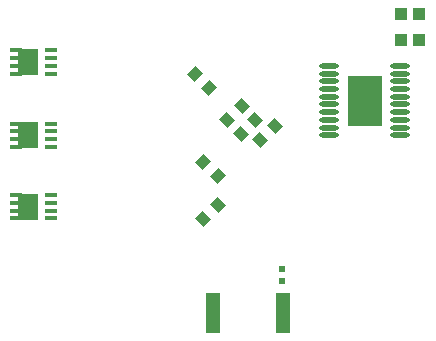
<source format=gbp>
G04*
G04 #@! TF.GenerationSoftware,Altium Limited,Altium Designer,20.0.12 (288)*
G04*
G04 Layer_Color=128*
%FSLAX25Y25*%
%MOIN*%
G70*
G01*
G75*
%ADD20R,0.03898X0.01595*%
%ADD21R,0.06791X0.08799*%
%ADD52R,0.11811X0.16535*%
%ADD53O,0.06496X0.01772*%
%ADD54R,0.03937X0.03937*%
%ADD55R,0.02000X0.02000*%
%ADD56R,0.05118X0.13386*%
G04:AMPARAMS|DCode=57|XSize=39.37mil|YSize=35.43mil|CornerRadius=0mil|HoleSize=0mil|Usage=FLASHONLY|Rotation=135.000|XOffset=0mil|YOffset=0mil|HoleType=Round|Shape=Rectangle|*
%AMROTATEDRECTD57*
4,1,4,0.02645,-0.00139,0.00139,-0.02645,-0.02645,0.00139,-0.00139,0.02645,0.02645,-0.00139,0.0*
%
%ADD57ROTATEDRECTD57*%

G04:AMPARAMS|DCode=58|XSize=39.37mil|YSize=35.43mil|CornerRadius=0mil|HoleSize=0mil|Usage=FLASHONLY|Rotation=45.000|XOffset=0mil|YOffset=0mil|HoleType=Round|Shape=Rectangle|*
%AMROTATEDRECTD58*
4,1,4,-0.00139,-0.02645,-0.02645,-0.00139,0.00139,0.02645,0.02645,0.00139,-0.00139,-0.02645,0.0*
%
%ADD58ROTATEDRECTD58*%

D20*
X206500Y262500D02*
D03*
Y265098D02*
D03*
Y259902D02*
D03*
Y257303D02*
D03*
X194748Y262500D02*
D03*
Y265098D02*
D03*
Y259902D02*
D03*
Y257303D02*
D03*
Y233488D02*
D03*
Y236087D02*
D03*
Y241283D02*
D03*
Y238685D02*
D03*
X206500Y233488D02*
D03*
Y236087D02*
D03*
Y241283D02*
D03*
Y238685D02*
D03*
X194748Y281705D02*
D03*
Y284303D02*
D03*
Y289500D02*
D03*
Y286902D02*
D03*
X206500Y281705D02*
D03*
Y284303D02*
D03*
Y289500D02*
D03*
Y286902D02*
D03*
D21*
X198655Y261201D02*
D03*
Y237386D02*
D03*
Y285602D02*
D03*
D52*
X310899Y272719D02*
D03*
D53*
X298989Y261203D02*
D03*
Y263762D02*
D03*
Y266321D02*
D03*
Y268880D02*
D03*
Y271439D02*
D03*
Y273998D02*
D03*
Y276557D02*
D03*
Y279117D02*
D03*
Y281676D02*
D03*
Y284235D02*
D03*
X322808Y261203D02*
D03*
Y263762D02*
D03*
Y266321D02*
D03*
Y268880D02*
D03*
Y271439D02*
D03*
Y273998D02*
D03*
Y276557D02*
D03*
Y279117D02*
D03*
Y281676D02*
D03*
Y284235D02*
D03*
D54*
X322850Y301500D02*
D03*
X329150D02*
D03*
X322850Y293000D02*
D03*
X329150D02*
D03*
D55*
X283500Y212500D02*
D03*
Y216437D02*
D03*
D56*
X260386Y202000D02*
D03*
X283614D02*
D03*
D57*
X257134Y233134D02*
D03*
X261866Y237866D02*
D03*
X276134Y259634D02*
D03*
X280866Y264366D02*
D03*
X269634Y261634D02*
D03*
X274366Y266366D02*
D03*
X265134Y266134D02*
D03*
X269866Y270866D02*
D03*
D58*
X257134Y252366D02*
D03*
X261866Y247634D02*
D03*
X254267Y281733D02*
D03*
X259000Y277000D02*
D03*
M02*

</source>
